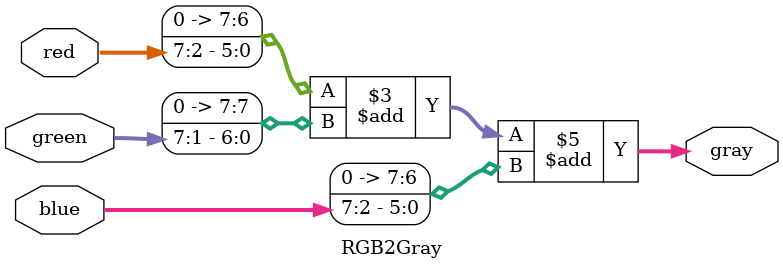
<source format=sv>
module RGB2Gray 
#(
	parameter DATA_WD = 8
)
(
	// Input
	input logic [DATA_WD-1:0] red, green, blue,
	// Output
	output logic [DATA_WD-1:0] gray
);

// Using the shift bit method 
// Because Green color is more sensitve to human eyes)
// And this method is simplier than average method
// Red >> 2 + Green >> 1 + Blue >> 2
assign gray = (red >> 2) + (green >> 1) + (blue >> 2);

endmodule: RGB2Gray
</source>
